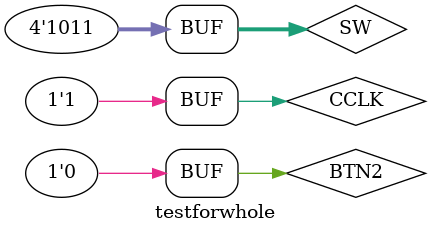
<source format=v>
`timescale 1ns / 1ps


module testforwhole;

	// Inputs
	reg CCLK;
	reg BTN2;
	reg [3:0] SW;

	// Outputs
	wire LCDRS;
	wire LCDRW;
	wire LCDE;
	wire [3:0] LCDDAT;
	wire [7:0] LED;
	wire [31:0] disp_num;
   wire [31:0] PC;
	// Instantiate the Unit Under Test (UUT)
	top uut (
		.CCLK(CCLK), 
		.BTN2(BTN2), 
		.SW(SW), 
		.LCDRS(LCDRS), 
		.LCDRW(LCDRW), 
		.LCDE(LCDE), 
		.LCDDAT(LCDDAT), 
		.LED(LED), 
		.disp_num(disp_num),
		.PC(PC)
	);

	initial begin
		// Initialize Inputs
		CCLK = 0;
		BTN2 = 0;
		SW = 4'b1011;
		
		
		// Wait 100 ns for global reset to finish
		#100;
      BTN2=1;
		#10;
		BTN2=0;
		#100;
		BTN2=1;
		#10;
		BTN2=0;
		#100;      
		BTN2=1;
		#10;
		BTN2=0;
		#100;
		BTN2=1;
		#10;
		BTN2=0;
		#100;
		BTN2=1;
		#10;
		BTN2=0;
		#100;
		BTN2=1;
		#10;
		BTN2=0;
		#100;
		BTN2=1;
		#10;
		BTN2=0;
		#100;
		// Add stimulus here

	end
         always 
	begin
	#1;
	CCLK=0;
	#1;
	CCLK=1;
	end
endmodule


</source>
